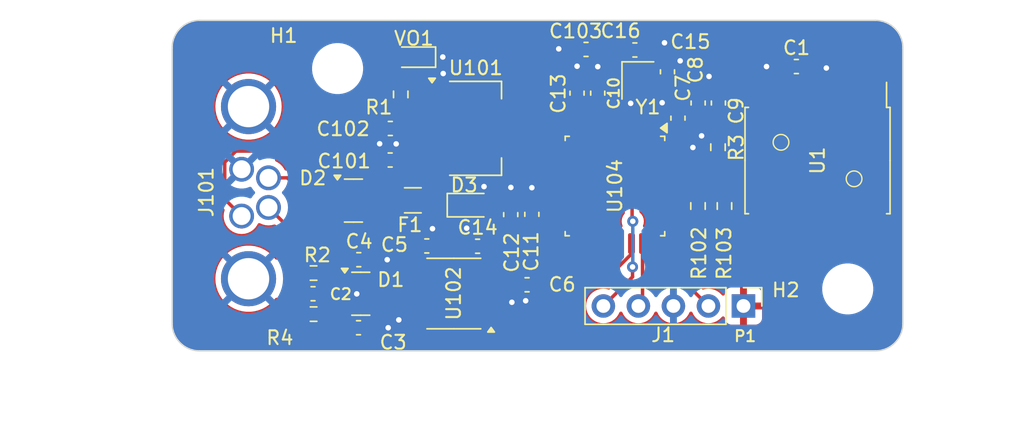
<source format=kicad_pcb>
(kicad_pcb
	(version 20240108)
	(generator "pcbnew")
	(generator_version "8.0")
	(general
		(thickness 1.6)
		(legacy_teardrops no)
	)
	(paper "A4")
	(layers
		(0 "F.Cu" signal)
		(31 "B.Cu" signal)
		(32 "B.Adhes" user "B.Adhesive")
		(33 "F.Adhes" user "F.Adhesive")
		(34 "B.Paste" user)
		(35 "F.Paste" user)
		(36 "B.SilkS" user "B.Silkscreen")
		(37 "F.SilkS" user "F.Silkscreen")
		(38 "B.Mask" user)
		(39 "F.Mask" user)
		(40 "Dwgs.User" user "User.Drawings")
		(41 "Cmts.User" user "User.Comments")
		(42 "Eco1.User" user "User.Eco1")
		(43 "Eco2.User" user "User.Eco2")
		(44 "Edge.Cuts" user)
		(45 "Margin" user)
		(46 "B.CrtYd" user "B.Courtyard")
		(47 "F.CrtYd" user "F.Courtyard")
		(48 "B.Fab" user)
		(49 "F.Fab" user)
		(50 "User.1" user)
		(51 "User.2" user)
		(52 "User.3" user)
		(53 "User.4" user)
		(54 "User.5" user)
		(55 "User.6" user)
		(56 "User.7" user)
		(57 "User.8" user)
		(58 "User.9" user)
	)
	(setup
		(stackup
			(layer "F.SilkS"
				(type "Top Silk Screen")
			)
			(layer "F.Paste"
				(type "Top Solder Paste")
			)
			(layer "F.Mask"
				(type "Top Solder Mask")
				(thickness 0.01)
			)
			(layer "F.Cu"
				(type "copper")
				(thickness 0.035)
			)
			(layer "dielectric 1"
				(type "core")
				(thickness 1.51)
				(material "FR4")
				(epsilon_r 4.5)
				(loss_tangent 0.02)
			)
			(layer "B.Cu"
				(type "copper")
				(thickness 0.035)
			)
			(layer "B.Mask"
				(type "Bottom Solder Mask")
				(thickness 0.01)
			)
			(layer "B.Paste"
				(type "Bottom Solder Paste")
			)
			(layer "B.SilkS"
				(type "Bottom Silk Screen")
			)
			(copper_finish "None")
			(dielectric_constraints no)
		)
		(pad_to_mask_clearance 0)
		(allow_soldermask_bridges_in_footprints no)
		(aux_axis_origin 100 80)
		(grid_origin 100 80)
		(pcbplotparams
			(layerselection 0x00010fc_ffffffff)
			(plot_on_all_layers_selection 0x0000000_00000000)
			(disableapertmacros no)
			(usegerberextensions no)
			(usegerberattributes yes)
			(usegerberadvancedattributes yes)
			(creategerberjobfile yes)
			(dashed_line_dash_ratio 12.000000)
			(dashed_line_gap_ratio 3.000000)
			(svgprecision 6)
			(plotframeref no)
			(viasonmask no)
			(mode 1)
			(useauxorigin no)
			(hpglpennumber 1)
			(hpglpenspeed 20)
			(hpglpendiameter 15.000000)
			(pdf_front_fp_property_popups yes)
			(pdf_back_fp_property_popups yes)
			(dxfpolygonmode yes)
			(dxfimperialunits yes)
			(dxfusepcbnewfont yes)
			(psnegative no)
			(psa4output no)
			(plotreference yes)
			(plotvalue yes)
			(plotfptext yes)
			(plotinvisibletext no)
			(sketchpadsonfab no)
			(subtractmaskfromsilk no)
			(outputformat 1)
			(mirror no)
			(drillshape 1)
			(scaleselection 1)
			(outputdirectory "")
		)
	)
	(net 0 "")
	(net 1 "+3V3")
	(net 2 "GND")
	(net 3 "Net-(C2-Pad2)")
	(net 4 "CAN_H")
	(net 5 "CAN_L")
	(net 6 "+5V")
	(net 7 "CAN_Rx")
	(net 8 "Net-(U104-PF0)")
	(net 9 "NRST")
	(net 10 "Net-(D2-K)")
	(net 11 "Net-(D2-A)")
	(net 12 "SWDIO")
	(net 13 "SWCLK")
	(net 14 "Net-(VO1-A)")
	(net 15 "Net-(U104-PF1)")
	(net 16 "I2C_SCL")
	(net 17 "I2C_SDA")
	(net 18 "unconnected-(U1-Pad9)")
	(net 19 "unconnected-(U1-Pad14)")
	(net 20 "unconnected-(U1-Pad2)")
	(net 21 "unconnected-(U1-Pad12)")
	(net 22 "unconnected-(U1-Pad8)")
	(net 23 "unconnected-(U1-Pad13)")
	(net 24 "unconnected-(U1-Pad6)")
	(net 25 "unconnected-(U1-Pad15)")
	(net 26 "unconnected-(U1-Pad16)")
	(net 27 "unconnected-(U1-Pad1)")
	(net 28 "unconnected-(U1-Pad7)")
	(net 29 "unconnected-(U1-Pad3)")
	(net 30 "CAN_Tx")
	(net 31 "unconnected-(U104-PA4-Pad10)")
	(net 32 "unconnected-(U104-PA2-Pad8)")
	(net 33 "unconnected-(U104-PA10-Pad20)")
	(net 34 "unconnected-(U104-PA7-Pad13)")
	(net 35 "Net-(U104-PB8)")
	(net 36 "unconnected-(U104-PA9-Pad19)")
	(net 37 "unconnected-(U104-PA6-Pad12)")
	(net 38 "unconnected-(U104-PA1-Pad7)")
	(net 39 "unconnected-(U104-PB0-Pad14)")
	(net 40 "unconnected-(U104-PA0-Pad6)")
	(net 41 "unconnected-(U104-PB5-Pad28)")
	(net 42 "unconnected-(U104-PA3-Pad9)")
	(net 43 "unconnected-(U104-PB4-Pad27)")
	(net 44 "unconnected-(U104-PA15-Pad25)")
	(net 45 "unconnected-(U104-PA5-Pad11)")
	(net 46 "unconnected-(U104-PB3-Pad26)")
	(net 47 "unconnected-(U104-PB1-Pad15)")
	(net 48 "unconnected-(U104-PA8-Pad18)")
	(footprint "Crystal:Crystal_SMD_2016-4Pin_2.0x1.6mm" (layer "F.Cu") (at 133.7775 60.36 -90))
	(footprint "ASS_parts:SOT-23-BAT54FILM" (layer "F.Cu") (at 113.15 69.0875))
	(footprint "Resistor_SMD:R_0603_1608Metric" (layer "F.Cu") (at 138.14 69.48 90))
	(footprint "Capacitor_SMD:C_0603_1608Metric" (layer "F.Cu") (at 136.6875 63.1 90))
	(footprint "Capacitor_SMD:C_0603_1608Metric" (layer "F.Cu") (at 122.1525 72.400948 180))
	(footprint "Capacitor_SMD:C_0603_1608Metric" (layer "F.Cu") (at 139.62 62 90))
	(footprint "Capacitor_SMD:C_0603_1608Metric" (layer "F.Cu") (at 124.5575 70.105 90))
	(footprint "Capacitor_SMD:C_0603_1608Metric" (layer "F.Cu") (at 115.815 66.14 180))
	(footprint "Resistor_SMD:R_0603_1608Metric" (layer "F.Cu") (at 116.58 61.375 90))
	(footprint "Capacitor_SMD:C_0603_1608Metric" (layer "F.Cu") (at 125.7425 75.2))
	(footprint "Resistor_SMD:R_0603_1608Metric" (layer "F.Cu") (at 140.06 69.48 90))
	(footprint "Capacitor_SMD:C_0603_1608Metric" (layer "F.Cu") (at 113.5175 78.319052 180))
	(footprint "Capacitor_SMD:C_0603_1608Metric" (layer "F.Cu") (at 115.825 63.85 180))
	(footprint "Fuse:Fuse_1206_3216Metric" (layer "F.Cu") (at 117.46 69.0675))
	(footprint "Capacitor_SMD:C_0603_1608Metric" (layer "F.Cu") (at 129.3675 61.285 90))
	(footprint "Resistor_SMD:R_0603_1608Metric" (layer "F.Cu") (at 110.26 77.33 180))
	(footprint "MountingHole:MountingHole_3.2mm_M3_ISO7380" (layer "F.Cu") (at 112 59.5))
	(footprint "Capacitor_SMD:C_0603_1608Metric" (layer "F.Cu") (at 113.5375 73.379052))
	(footprint "Capacitor_SMD:C_0603_1608Metric" (layer "F.Cu") (at 130.02 58.11))
	(footprint "Capacitor_SMD:C_0603_1608Metric" (layer "F.Cu") (at 130.8675 61.285 90))
	(footprint "Diode_SMD:D_SOD-323" (layer "F.Cu") (at 121.5625 69.42))
	(footprint "FaSTTUBe_connectors:M8_718_4pin_horizontal" (layer "F.Cu") (at 105.04 68.51 -90))
	(footprint "Package_SO:SOIC-8_3.9x4.9mm_P1.27mm" (layer "F.Cu") (at 120.4325 75.835948 180))
	(footprint "Capacitor_SMD:C_0603_1608Metric" (layer "F.Cu") (at 133.5625 58.15))
	(footprint "LED_SMD:LED_0603_1608Metric_Pad1.05x0.95mm_HandSolder" (layer "F.Cu") (at 117.45 58.67 180))
	(footprint "Resistor_SMD:R_0603_1608Metric" (layer "F.Cu") (at 110.2575 74.349052))
	(footprint "Capacitor_SMD:C_0603_1608Metric" (layer "F.Cu") (at 118.47 72.38))
	(footprint "ASS_parts:SOT-223_LDL1117S33R" (layer "F.Cu") (at 121.98 63.84))
	(footprint "ASS_parts:SM6000_SOIC-16" (layer "F.Cu") (at 146.81 66.18 -90))
	(footprint "Capacitor_SMD:C_0603_1608Metric" (layer "F.Cu") (at 135.9275 59.735 -90))
	(footprint "Capacitor_SMD:C_0603_1608Metric" (layer "F.Cu") (at 145.275 59.3525 180))
	(footprint "Package_TO_SOT_SMD:SOT-23" (layer "F.Cu") (at 113.6825 75.85))
	(footprint "Resistor_SMD:R_0603_1608Metric" (layer "F.Cu") (at 139.59 65.21 90))
	(footprint "Capacitor_SMD:C_0603_1608Metric" (layer "F.Cu") (at 126.09 70.085 90))
	(footprint "Capacitor_SMD:C_0603_1608Metric" (layer "F.Cu") (at 138.15 62 90))
	(footprint "Connector_PinHeader_2.54mm:PinHeader_1x05_P2.54mm_Vertical" (layer "F.Cu") (at 141.4375 76.74 -90))
	(footprint "Capacitor_SMD:C_0603_1608Metric" (layer "F.Cu") (at 110.22 75.85 180))
	(footprint "Package_QFP:LQFP-32_7x7mm_P0.8mm" (layer "F.Cu") (at 132.1175 68.03 -90))
	(footprint "MountingHole:MountingHole_3.2mm_M3_ISO7380" (layer "F.Cu") (at 149 75.5))
	(gr_circle
		(center 149 75.5)
		(end 152.2 75.5)
		(stroke
			(width 0.2)
			(type default)
		)
		(fill none)
		(layer "F.Cu")
		(uuid "de2a915e-701b-48bf-83ed-c71257d741b7")
	)
	(gr_circle
		(center 112 59.5)
		(end 115.2 59.5)
		(stroke
			(width 0.2)
			(type default)
		)
		(fill none)
		(layer "F.Cu")
		(uuid "e9b7e8ed-fdd3-4de3-a3f3-2890648d642d")
	)
	(gr_arc
		(start 102 80)
		(mid 100.585786 79.414214)
		(end 100 78)
		(stroke
			(width 0.1)
			(type default)
		)
		(layer "Edge.Cuts")
		(uuid "3b0a9f85-fc78-435e-a284-c0acd692fcd7")
	)
	(gr_line
		(start 153 78)
		(end 153 58)
		(stroke
			(width 0.1)
			(type default)
		)
		(layer "Edge.Cuts")
		(uuid "53816fff-ed80-458c-bb47-db737a54961c")
	)
	(gr_arc
		(start 100 58)
		(mid 100.585786 56.585786)
		(end 102 56)
		(stroke
			(width 0.1)
			(type default)
		)
		(layer "Edge.Cuts")
		(uuid "5a42f8fb-2a8f-48db-84ec-d307f8094cfa")
	)
	(gr_line
		(start 102 80)
		(end 151 80)
		(stroke
			(width 0.1)
			(type default)
		)
		(layer "Edge.Cuts")
		(uuid "6ac6ac18-4031-4bcf-8820-b343ae2d3448")
	)
	(gr_line
		(start 100 58)
		(end 100 78)
		(stroke
			(width 0.1)
			(type default)
		)
		(layer "Edge.Cuts")
		(uuid "8fda64c0-d685-4c7c-8139-4cf11eeadbdb")
	)
	(gr_arc
		(start 153 78)
		(mid 152.414214 79.414214)
		(end 151 80)
		(stroke
			(width 0.1)
			(type default)
		)
		(layer "Edge.Cuts")
		(uuid "9e303ecd-5441-4829-bced-8e3f52e5d297")
	)
	(gr_arc
		(start 151 56)
		(mid 152.414214 56.585786)
		(end 153 58)
		(stroke
			(width 0.1)
			(type default)
		)
		(layer "Edge.Cuts")
		(uuid "db315f9c-530b-400f-a27c-be5695c22d18")
	)
	(gr_line
		(start 151 56)
		(end 102 56)
		(stroke
			(width 0.1)
			(type default)
		)
		(layer "Edge.Cuts")
		(uuid "e3324332-a106-4690-bb06-c285e0d7465f")
	)
	(gr_text "P1"
		(at 140.68 79.4 0)
		(layer "F.SilkS")
		(uuid "91364c53-aa9c-4958-9719-eb8f23a7c8d1")
		(effects
			(font
				(size 0.8 0.8)
				(thickness 0.15)
				(bold yes)
			)
			(justify left bottom)
		)
	)
	(dimension
		(type aligned)
		(layer "User.1")
		(uuid "25116da6-098e-4ec7-9f6b-768234d32c5a")
		(pts
			(xy 152.99 56.01) (xy 152.99 80.01)
		)
		(height -5.02)
		(gr_text "24.0000 mm"
			(at 156.86 68.01 90)
			(layer "User.1")
			(uuid "25116da6-098e-4ec7-9f6b-768234d32c5a")
			(effects
				(font
					(size 1 1)
					(thickness 0.15)
				)
			)
		)
		(format
			(prefix "")
			(suffix "")
			(units 3)
			(units_format 1)
			(precision 4)
		)
		(style
			(thickness 0.15)
			(arrow_length 1.27)
			(text_position_mode 0)
			(extension_height 0.58642)
			(extension_offset 0.5) keep_text_aligned)
	)
	(dimension
		(type aligned)
		(layer "User.1")
		(uuid "a2cdb2e5-a391-419f-8e72-174c5bf6b6f6")
		(pts
			(xy 152.99 80.01) (xy 99.99 80.01)
		)
		(height -4.8)
		(gr_text "53.0000 mm"
			(at 126.49 83.66 0)
			(layer "User.1")
			(uuid 
... [158574 chars truncated]
</source>
